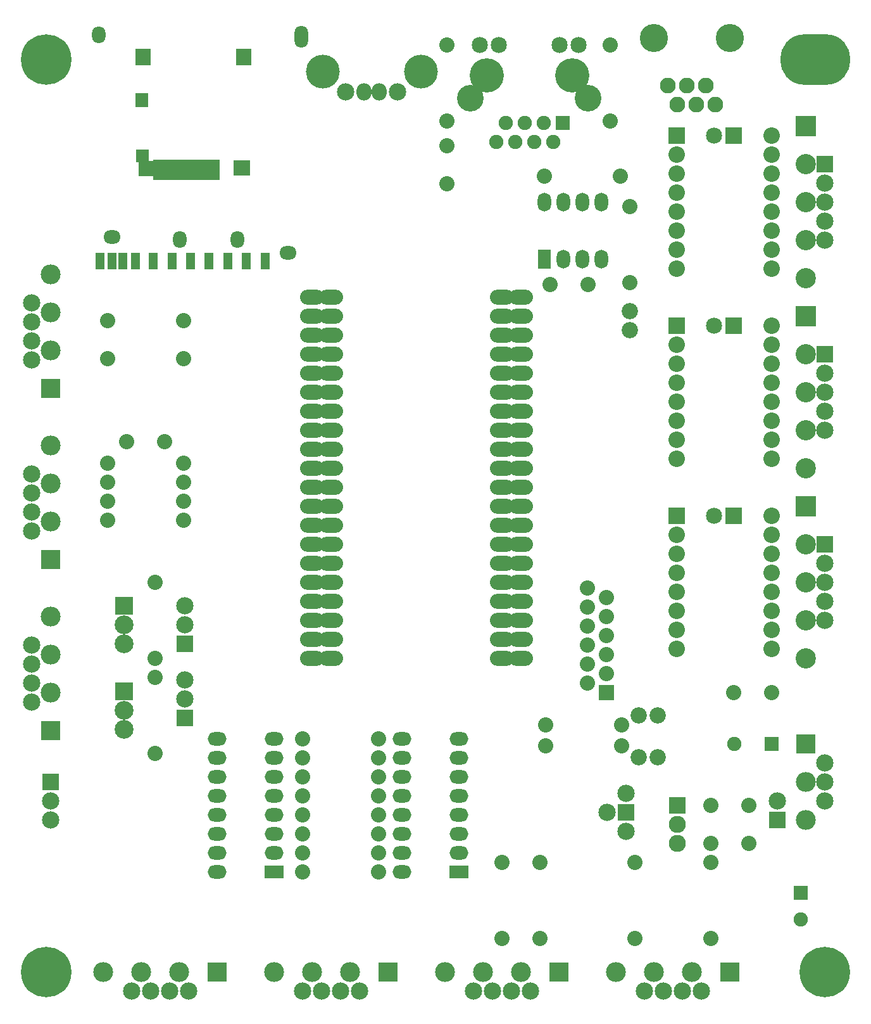
<source format=gts>
G04 (created by PCBNEW-RS274X (2012-01-19 BZR 3256)-stable) date Sun 31 Aug 2014 14:00:24 CEST*
G01*
G70*
G90*
%MOIN*%
G04 Gerber Fmt 3.4, Leading zero omitted, Abs format*
%FSLAX34Y34*%
G04 APERTURE LIST*
%ADD10C,0.006000*%
%ADD11R,0.075000X0.075000*%
%ADD12C,0.075000*%
%ADD13R,0.071200X0.098700*%
%ADD14O,0.071200X0.098700*%
%ADD15C,0.090000*%
%ADD16R,0.090000X0.090000*%
%ADD17R,0.098700X0.071200*%
%ADD18O,0.098700X0.071200*%
%ADD19O,0.126300X0.079100*%
%ADD20C,0.180000*%
%ADD21C,0.140000*%
%ADD22C,0.085000*%
%ADD23C,0.080000*%
%ADD24C,0.086000*%
%ADD25C,0.098700*%
%ADD26R,0.094800X0.094800*%
%ADD27O,0.079100X0.090900*%
%ADD28C,0.090900*%
%ADD29C,0.177500*%
%ADD30R,0.085000X0.085000*%
%ADD31R,0.090900X0.090900*%
%ADD32C,0.083000*%
%ADD33C,0.148000*%
%ADD34R,0.080000X0.080000*%
%ADD35O,0.370400X0.266100*%
%ADD36C,0.266100*%
%ADD37R,0.104600X0.104600*%
%ADD38C,0.104600*%
%ADD39R,0.106600X0.106600*%
%ADD40C,0.106600*%
%ADD41R,0.086900X0.086900*%
%ADD42C,0.086900*%
%ADD43R,0.047600X0.088900*%
%ADD44O,0.090400X0.070900*%
%ADD45O,0.070900X0.090400*%
%ADD46O,0.070900X0.117800*%
%ADD47R,0.079100X0.086900*%
%ADD48R,0.051500X0.109700*%
%ADD49R,0.070800X0.071200*%
%ADD50R,0.070800X0.075100*%
%ADD51R,0.086900X0.079100*%
%ADD52R,0.083000X0.079100*%
G04 APERTURE END LIST*
G54D10*
G54D11*
X52200Y-52000D03*
G54D12*
X50231Y-52000D03*
G54D13*
X40250Y-26500D03*
G54D14*
X41250Y-26500D03*
X42250Y-26500D03*
X43250Y-26500D03*
X43250Y-23500D03*
X42250Y-23500D03*
X41250Y-23500D03*
X40250Y-23500D03*
G54D15*
X47250Y-57250D03*
X47250Y-56250D03*
G54D16*
X47250Y-55250D03*
G54D17*
X26000Y-58750D03*
G54D18*
X26000Y-57750D03*
X26000Y-56750D03*
X26000Y-55750D03*
X26000Y-54750D03*
X26000Y-53750D03*
X26000Y-52750D03*
X26000Y-51750D03*
X23000Y-51750D03*
X23000Y-52750D03*
X23000Y-53750D03*
X23000Y-54750D03*
X23000Y-55750D03*
X23000Y-56750D03*
X23000Y-57750D03*
X23000Y-58750D03*
G54D17*
X35750Y-58750D03*
G54D18*
X35750Y-57750D03*
X35750Y-56750D03*
X35750Y-55750D03*
X35750Y-54750D03*
X35750Y-53750D03*
X35750Y-52750D03*
X35750Y-51750D03*
X32750Y-51750D03*
X32750Y-52750D03*
X32750Y-53750D03*
X32750Y-54750D03*
X32750Y-55750D03*
X32750Y-56750D03*
X32750Y-57750D03*
X32750Y-58750D03*
G54D19*
X39000Y-28500D03*
X39000Y-29500D03*
X39000Y-30500D03*
X39000Y-31500D03*
X39000Y-32500D03*
X39000Y-33500D03*
X39000Y-34500D03*
X39000Y-35500D03*
X39000Y-36500D03*
X39000Y-37500D03*
X39000Y-38500D03*
X39000Y-39500D03*
X39000Y-40500D03*
X39000Y-41500D03*
X39000Y-42500D03*
X39000Y-43500D03*
X39000Y-44500D03*
X39000Y-45500D03*
X39000Y-46500D03*
X39000Y-47500D03*
X28000Y-47500D03*
X28000Y-46500D03*
X28000Y-45500D03*
X28000Y-44500D03*
X28000Y-43500D03*
X28000Y-42500D03*
X28000Y-41500D03*
X28000Y-40500D03*
X28000Y-39500D03*
X28000Y-38500D03*
X28000Y-37500D03*
X28000Y-36500D03*
X28000Y-35500D03*
X28000Y-34500D03*
X28000Y-33500D03*
X28000Y-32500D03*
X28000Y-31500D03*
X28000Y-30500D03*
X28000Y-29500D03*
X28000Y-28500D03*
X29000Y-28500D03*
X29000Y-29500D03*
X29000Y-30500D03*
X29000Y-31500D03*
X29000Y-32500D03*
X29000Y-33500D03*
X29000Y-34500D03*
X29000Y-35500D03*
X29000Y-36500D03*
X29000Y-37500D03*
X29000Y-38500D03*
X29000Y-39500D03*
X29000Y-40500D03*
X29000Y-41500D03*
X29000Y-42500D03*
X29000Y-43500D03*
X29000Y-44500D03*
X29000Y-45500D03*
X29000Y-46500D03*
X29000Y-47500D03*
X38000Y-47500D03*
X38000Y-46500D03*
X38000Y-45500D03*
X38000Y-44500D03*
X38000Y-43500D03*
X38000Y-42500D03*
X38000Y-41500D03*
X38000Y-40500D03*
X38000Y-39500D03*
X38000Y-38500D03*
X38000Y-37500D03*
X38000Y-36500D03*
X38000Y-35500D03*
X38000Y-34500D03*
X38000Y-33500D03*
X38000Y-32500D03*
X38000Y-31500D03*
X38000Y-30500D03*
X38000Y-29500D03*
X38000Y-28500D03*
G54D20*
X37200Y-16850D03*
X41700Y-16850D03*
G54D11*
X41200Y-19350D03*
G54D12*
X40700Y-20350D03*
X40200Y-19350D03*
X39700Y-20350D03*
X39200Y-19350D03*
X38700Y-20350D03*
X38200Y-19350D03*
X37700Y-20350D03*
G54D21*
X42550Y-18050D03*
X36350Y-18050D03*
G54D22*
X42050Y-15250D03*
X41060Y-15250D03*
X37840Y-15250D03*
X36850Y-15250D03*
G54D23*
X50200Y-49300D03*
X52200Y-49300D03*
X20250Y-36100D03*
X18250Y-36100D03*
X35100Y-22550D03*
X35100Y-20550D03*
X51000Y-57250D03*
X49000Y-57250D03*
X51000Y-55250D03*
X49000Y-55250D03*
G54D24*
X44750Y-29250D03*
X44750Y-30250D03*
X45200Y-50500D03*
X46200Y-50500D03*
G54D11*
X53750Y-59850D03*
G54D12*
X53750Y-61228D03*
G54D25*
X18100Y-51250D03*
X18100Y-50250D03*
G54D26*
X18100Y-49250D03*
G54D25*
X18100Y-46750D03*
X18100Y-45750D03*
G54D26*
X18100Y-44750D03*
G54D27*
X30755Y-17720D03*
X31545Y-17720D03*
G54D28*
X29775Y-17720D03*
G54D29*
X28565Y-16650D03*
X33735Y-16650D03*
G54D28*
X32525Y-17720D03*
G54D24*
X45200Y-52700D03*
X46200Y-52700D03*
G54D30*
X50212Y-40000D03*
G54D22*
X49188Y-40000D03*
G54D30*
X50212Y-30000D03*
G54D22*
X49188Y-30000D03*
G54D30*
X50212Y-20000D03*
G54D22*
X49188Y-20000D03*
G54D31*
X14250Y-54000D03*
G54D28*
X14250Y-55000D03*
X14250Y-56000D03*
G54D31*
X21300Y-50650D03*
G54D28*
X21300Y-49650D03*
X21300Y-48650D03*
G54D31*
X21300Y-46750D03*
G54D28*
X21300Y-45750D03*
X21300Y-44750D03*
G54D32*
X47750Y-17375D03*
X48750Y-17375D03*
X46750Y-17375D03*
X49250Y-18375D03*
X48250Y-18375D03*
X47250Y-18375D03*
G54D33*
X46000Y-14875D03*
X50000Y-14875D03*
G54D23*
X45000Y-58250D03*
X45000Y-62250D03*
X27500Y-58750D03*
X31500Y-58750D03*
X27500Y-56750D03*
X31500Y-56750D03*
X40300Y-51000D03*
X44300Y-51000D03*
X49000Y-58250D03*
X49000Y-62250D03*
X27500Y-54750D03*
X31500Y-54750D03*
X27500Y-52750D03*
X31500Y-52750D03*
X27500Y-55750D03*
X31500Y-55750D03*
X27500Y-53750D03*
X31500Y-53750D03*
X27500Y-51750D03*
X31500Y-51750D03*
X19750Y-43500D03*
X19750Y-47500D03*
X19750Y-48500D03*
X19750Y-52500D03*
X21250Y-39250D03*
X17250Y-39250D03*
X17250Y-29750D03*
X21250Y-29750D03*
X44300Y-52100D03*
X40300Y-52100D03*
X44750Y-27750D03*
X44750Y-23750D03*
X35100Y-19250D03*
X35100Y-15250D03*
X43700Y-19250D03*
X43700Y-15250D03*
X44250Y-22150D03*
X40250Y-22150D03*
X27500Y-57750D03*
X31500Y-57750D03*
X40000Y-58250D03*
X40000Y-62250D03*
X38000Y-58250D03*
X38000Y-62250D03*
X21250Y-40250D03*
X17250Y-40250D03*
X21250Y-37250D03*
X17250Y-37250D03*
X17250Y-38250D03*
X21250Y-38250D03*
X17250Y-31750D03*
X21250Y-31750D03*
G54D34*
X43500Y-49300D03*
G54D23*
X42500Y-48800D03*
X43500Y-48300D03*
X42500Y-47800D03*
X43500Y-47300D03*
X42500Y-46800D03*
X43500Y-46300D03*
X42500Y-45800D03*
X43500Y-45300D03*
X42500Y-44800D03*
X43500Y-44300D03*
X42500Y-43800D03*
G54D35*
X54500Y-16000D03*
G54D36*
X55000Y-64000D03*
X14000Y-64000D03*
X14000Y-16000D03*
G54D37*
X23000Y-64000D03*
G54D38*
X21000Y-64000D03*
X19000Y-64000D03*
X17000Y-64000D03*
G54D28*
X21500Y-65000D03*
X20500Y-65000D03*
X19500Y-65000D03*
X18500Y-65000D03*
G54D37*
X14250Y-33300D03*
G54D38*
X14250Y-31300D03*
X14250Y-29300D03*
X14250Y-27300D03*
G54D28*
X13250Y-31800D03*
X13250Y-30800D03*
X13250Y-29800D03*
X13250Y-28800D03*
G54D37*
X32000Y-64000D03*
G54D38*
X30000Y-64000D03*
X28000Y-64000D03*
X26000Y-64000D03*
G54D28*
X30500Y-65000D03*
X29500Y-65000D03*
X28500Y-65000D03*
X27500Y-65000D03*
G54D37*
X50000Y-64000D03*
G54D38*
X48000Y-64000D03*
X46000Y-64000D03*
X44000Y-64000D03*
G54D28*
X48500Y-65000D03*
X47500Y-65000D03*
X46500Y-65000D03*
X45500Y-65000D03*
G54D37*
X41000Y-64000D03*
G54D38*
X39000Y-64000D03*
X37000Y-64000D03*
X35000Y-64000D03*
G54D28*
X39500Y-65000D03*
X38500Y-65000D03*
X37500Y-65000D03*
X36500Y-65000D03*
G54D37*
X14250Y-51300D03*
G54D38*
X14250Y-49300D03*
X14250Y-47300D03*
X14250Y-45300D03*
G54D28*
X13250Y-49800D03*
X13250Y-48800D03*
X13250Y-47800D03*
X13250Y-46800D03*
G54D37*
X14250Y-42300D03*
G54D38*
X14250Y-40300D03*
X14250Y-38300D03*
X14250Y-36300D03*
G54D28*
X13250Y-40800D03*
X13250Y-39800D03*
X13250Y-38800D03*
X13250Y-37800D03*
G54D31*
X52500Y-56000D03*
G54D28*
X52500Y-55000D03*
G54D39*
X54000Y-29500D03*
G54D40*
X54000Y-31500D03*
X54000Y-33500D03*
X54000Y-35500D03*
G54D31*
X55000Y-31500D03*
G54D28*
X55000Y-32500D03*
X55000Y-33500D03*
X55000Y-34500D03*
G54D40*
X54000Y-37500D03*
G54D28*
X55000Y-35500D03*
G54D39*
X54000Y-19500D03*
G54D40*
X54000Y-21500D03*
X54000Y-23500D03*
X54000Y-25500D03*
G54D31*
X55000Y-21500D03*
G54D28*
X55000Y-22500D03*
X55000Y-23500D03*
X55000Y-24500D03*
G54D40*
X54000Y-27500D03*
G54D28*
X55000Y-25500D03*
G54D39*
X54000Y-39500D03*
G54D40*
X54000Y-41500D03*
X54000Y-43500D03*
X54000Y-45500D03*
G54D31*
X55000Y-41500D03*
G54D28*
X55000Y-42500D03*
X55000Y-43500D03*
X55000Y-44500D03*
G54D40*
X54000Y-47500D03*
G54D28*
X55000Y-45500D03*
G54D23*
X40550Y-27850D03*
X42550Y-27850D03*
G54D37*
X54000Y-52000D03*
G54D38*
X54000Y-54000D03*
G54D28*
X55000Y-53000D03*
X55000Y-54000D03*
X55000Y-55000D03*
G54D38*
X54000Y-56000D03*
G54D31*
X44550Y-55600D03*
G54D28*
X44550Y-54600D03*
X44550Y-56600D03*
X43550Y-55600D03*
G54D41*
X47200Y-30000D03*
G54D42*
X47200Y-31000D03*
X47200Y-32000D03*
X47200Y-33000D03*
X47200Y-34000D03*
X47200Y-35000D03*
X47200Y-36000D03*
X47200Y-37000D03*
X52200Y-37000D03*
X52200Y-36000D03*
X52200Y-35000D03*
X52200Y-34000D03*
X52200Y-33000D03*
X52200Y-32000D03*
X52200Y-31000D03*
X52200Y-30000D03*
G54D41*
X47200Y-20000D03*
G54D42*
X47200Y-21000D03*
X47200Y-22000D03*
X47200Y-23000D03*
X47200Y-24000D03*
X47200Y-25000D03*
X47200Y-26000D03*
X47200Y-27000D03*
X52200Y-27000D03*
X52200Y-26000D03*
X52200Y-25000D03*
X52200Y-24000D03*
X52200Y-23000D03*
X52200Y-22000D03*
X52200Y-21000D03*
X52200Y-20000D03*
G54D41*
X47200Y-40000D03*
G54D42*
X47200Y-41000D03*
X47200Y-42000D03*
X47200Y-43000D03*
X47200Y-44000D03*
X47200Y-45000D03*
X47200Y-46000D03*
X47200Y-47000D03*
X52200Y-47000D03*
X52200Y-46000D03*
X52200Y-45000D03*
X52200Y-44000D03*
X52200Y-43000D03*
X52200Y-42000D03*
X52200Y-41000D03*
X52200Y-40000D03*
G54D43*
X24542Y-26601D03*
X23563Y-26601D03*
X22585Y-26601D03*
X21607Y-26601D03*
X20630Y-26601D03*
X19651Y-26601D03*
X18702Y-26601D03*
X18037Y-26601D03*
X25557Y-26601D03*
X17470Y-26601D03*
X16844Y-26601D03*
G54D44*
X26750Y-26182D03*
G54D45*
X24077Y-25465D03*
X21057Y-25465D03*
X16762Y-14717D03*
G54D44*
X17467Y-25323D03*
G54D46*
X27435Y-14820D03*
G54D47*
X19111Y-15868D03*
G54D48*
X22910Y-21797D03*
X22477Y-21797D03*
X22044Y-21797D03*
X21611Y-21797D03*
X21178Y-21797D03*
X20745Y-21797D03*
X20312Y-21797D03*
X19878Y-21797D03*
G54D49*
X19069Y-21064D03*
G54D50*
X19058Y-18151D03*
G54D47*
X24426Y-15868D03*
G54D51*
X24308Y-21714D03*
G54D52*
X19286Y-21753D03*
M02*

</source>
